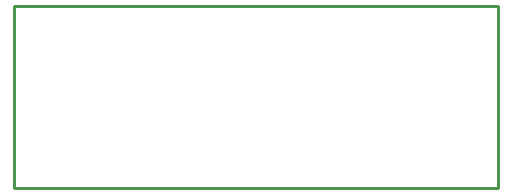
<source format=gko>
%FSLAX25Y25*%
%MOIN*%
G70*
G01*
G75*
G04 Layer_Color=16711935*
%ADD10R,0.05512X0.13386*%
%ADD11R,0.03543X0.02756*%
%ADD12R,0.02756X0.03543*%
%ADD13R,0.03543X0.03150*%
%ADD14R,0.06693X0.04331*%
%ADD15R,0.10630X0.10039*%
%ADD16R,0.04331X0.06693*%
%ADD17O,0.03150X0.00984*%
%ADD18O,0.00984X0.03150*%
%ADD19R,0.06811X0.06811*%
%ADD20C,0.03000*%
%ADD21C,0.01000*%
%ADD22C,0.02000*%
%ADD23O,0.11811X0.07874*%
%ADD24C,0.03000*%
%ADD25C,0.02500*%
%ADD26C,0.00984*%
%ADD27C,0.00787*%
%ADD28C,0.00500*%
%ADD29C,0.00600*%
%ADD30R,0.06312X0.14186*%
%ADD31R,0.04343X0.03556*%
%ADD32R,0.03556X0.04343*%
%ADD33R,0.04343X0.03950*%
%ADD34R,0.07493X0.05131*%
%ADD35R,0.11430X0.10839*%
%ADD36R,0.05131X0.07493*%
%ADD37O,0.03950X0.01784*%
%ADD38O,0.01784X0.03950*%
%ADD39R,0.07611X0.07611*%
%ADD40O,0.12611X0.08674*%
%ADD41C,0.03300*%
D21*
X222000Y411500D02*
X383500D01*
Y351000D02*
Y411500D01*
X222000Y351000D02*
X383500D01*
X222000D02*
Y411500D01*
M02*

</source>
